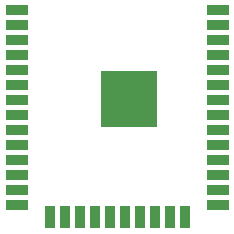
<source format=gbr>
%TF.GenerationSoftware,KiCad,Pcbnew,(6.0.1-0)*%
%TF.CreationDate,2022-01-25T10:29:14+00:00*%
%TF.ProjectId,LowPower,4c6f7750-6f77-4657-922e-6b696361645f,6*%
%TF.SameCoordinates,Original*%
%TF.FileFunction,Paste,Bot*%
%TF.FilePolarity,Positive*%
%FSLAX46Y46*%
G04 Gerber Fmt 4.6, Leading zero omitted, Abs format (unit mm)*
G04 Created by KiCad (PCBNEW (6.0.1-0)) date 2022-01-25 10:29:14*
%MOMM*%
%LPD*%
G01*
G04 APERTURE LIST*
%ADD10R,1.920000X0.864000*%
%ADD11R,0.864000X1.920000*%
%ADD12R,4.800000X4.800000*%
G04 APERTURE END LIST*
D10*
%TO.C,U1*%
X135200000Y-99895000D03*
X135200000Y-101165000D03*
X135200000Y-102435000D03*
X135200000Y-103705000D03*
X135200000Y-104975000D03*
X135200000Y-106245000D03*
X135200000Y-107515000D03*
X135200000Y-108785000D03*
X135200000Y-110055000D03*
X135200000Y-111325000D03*
X135200000Y-112595000D03*
X135200000Y-113865000D03*
X135200000Y-115135000D03*
X135200000Y-116405000D03*
D11*
X132415000Y-117405000D03*
X131145000Y-117405000D03*
X129875000Y-117405000D03*
X128605000Y-117405000D03*
X127335000Y-117405000D03*
X126065000Y-117405000D03*
X124795000Y-117405000D03*
X123525000Y-117405000D03*
X122255000Y-117405000D03*
X120985000Y-117405000D03*
D10*
X118200000Y-116405000D03*
X118200000Y-115135000D03*
X118200000Y-113865000D03*
X118200000Y-112595000D03*
X118200000Y-111325000D03*
X118200000Y-110055000D03*
X118200000Y-108785000D03*
X118200000Y-107515000D03*
X118200000Y-106245000D03*
X118200000Y-104975000D03*
X118200000Y-103705000D03*
X118200000Y-102435000D03*
X118200000Y-101165000D03*
X118200000Y-99895000D03*
D12*
X127700000Y-107395000D03*
%TD*%
M02*

</source>
